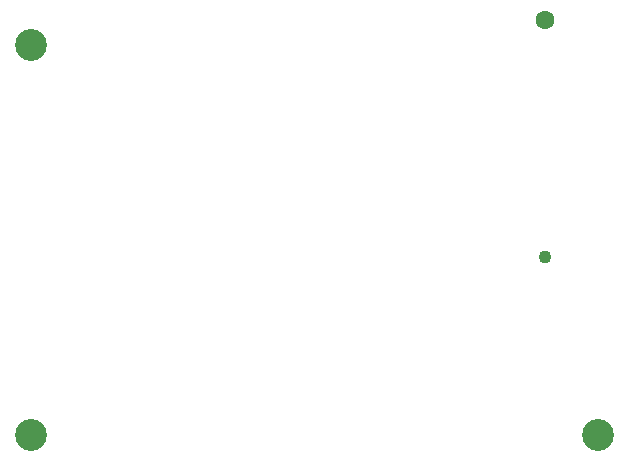
<source format=gbr>
%TF.GenerationSoftware,KiCad,Pcbnew,5.1.8*%
%TF.CreationDate,2021-01-05T10:04:31+01:00*%
%TF.ProjectId,pislice,7069736c-6963-4652-9e6b-696361645f70,rev?*%
%TF.SameCoordinates,Original*%
%TF.FileFunction,NonPlated,1,4,NPTH,Drill*%
%TF.FilePolarity,Positive*%
%FSLAX46Y46*%
G04 Gerber Fmt 4.6, Leading zero omitted, Abs format (unit mm)*
G04 Created by KiCad (PCBNEW 5.1.8) date 2021-01-05 10:04:31*
%MOMM*%
%LPD*%
G01*
G04 APERTURE LIST*
%TA.AperFunction,ComponentDrill*%
%ADD10C,1.100000*%
%TD*%
%TA.AperFunction,ComponentDrill*%
%ADD11C,1.600000*%
%TD*%
%TA.AperFunction,ComponentDrill*%
%ADD12C,2.700000*%
%TD*%
G04 APERTURE END LIST*
D10*
%TO.C,U1*%
X172025000Y-91400000D03*
D11*
X172025000Y-71400000D03*
D12*
%TO.C,U2*%
X128500000Y-73500000D03*
X128500000Y-106500000D03*
X176500000Y-106500000D03*
M02*

</source>
